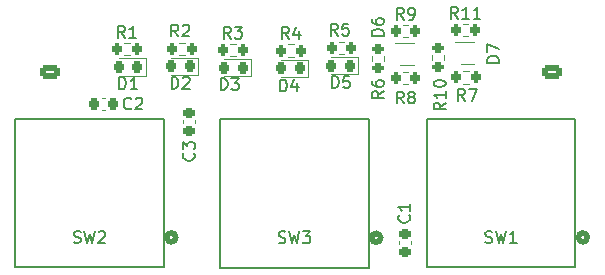
<source format=gto>
G04 #@! TF.GenerationSoftware,KiCad,Pcbnew,8.0.8*
G04 #@! TF.CreationDate,2025-03-12T12:01:23+11:00*
G04 #@! TF.ProjectId,PCB_BackDesign,5043425f-4261-4636-9b44-657369676e2e,rev?*
G04 #@! TF.SameCoordinates,Original*
G04 #@! TF.FileFunction,Legend,Top*
G04 #@! TF.FilePolarity,Positive*
%FSLAX46Y46*%
G04 Gerber Fmt 4.6, Leading zero omitted, Abs format (unit mm)*
G04 Created by KiCad (PCBNEW 8.0.8) date 2025-03-12 12:01:23*
%MOMM*%
%LPD*%
G01*
G04 APERTURE LIST*
G04 Aperture macros list*
%AMRoundRect*
0 Rectangle with rounded corners*
0 $1 Rounding radius*
0 $2 $3 $4 $5 $6 $7 $8 $9 X,Y pos of 4 corners*
0 Add a 4 corners polygon primitive as box body*
4,1,4,$2,$3,$4,$5,$6,$7,$8,$9,$2,$3,0*
0 Add four circle primitives for the rounded corners*
1,1,$1+$1,$2,$3*
1,1,$1+$1,$4,$5*
1,1,$1+$1,$6,$7*
1,1,$1+$1,$8,$9*
0 Add four rect primitives between the rounded corners*
20,1,$1+$1,$2,$3,$4,$5,0*
20,1,$1+$1,$4,$5,$6,$7,0*
20,1,$1+$1,$6,$7,$8,$9,0*
20,1,$1+$1,$8,$9,$2,$3,0*%
G04 Aperture macros list end*
%ADD10C,0.150000*%
%ADD11C,0.120000*%
%ADD12C,0.152400*%
%ADD13C,0.508000*%
%ADD14RoundRect,0.200000X-0.200000X-0.275000X0.200000X-0.275000X0.200000X0.275000X-0.200000X0.275000X0*%
%ADD15R,0.850000X0.650000*%
%ADD16RoundRect,0.218750X0.218750X0.256250X-0.218750X0.256250X-0.218750X-0.256250X0.218750X-0.256250X0*%
%ADD17RoundRect,0.225000X-0.225000X-0.250000X0.225000X-0.250000X0.225000X0.250000X-0.225000X0.250000X0*%
%ADD18C,1.727200*%
%ADD19RoundRect,0.225000X0.250000X-0.225000X0.250000X0.225000X-0.250000X0.225000X-0.250000X-0.225000X0*%
%ADD20RoundRect,0.200000X-0.275000X0.200000X-0.275000X-0.200000X0.275000X-0.200000X0.275000X0.200000X0*%
%ADD21RoundRect,0.225000X-0.250000X0.225000X-0.250000X-0.225000X0.250000X-0.225000X0.250000X0.225000X0*%
%ADD22RoundRect,0.200000X-0.200000X-0.450000X0.200000X-0.450000X0.200000X0.450000X-0.200000X0.450000X0*%
%ADD23O,0.800000X1.300000*%
%ADD24RoundRect,0.250000X0.625000X-0.350000X0.625000X0.350000X-0.625000X0.350000X-0.625000X-0.350000X0*%
%ADD25O,1.750000X1.200000*%
G04 APERTURE END LIST*
D10*
X149903333Y-82204819D02*
X149570000Y-81728628D01*
X149331905Y-82204819D02*
X149331905Y-81204819D01*
X149331905Y-81204819D02*
X149712857Y-81204819D01*
X149712857Y-81204819D02*
X149808095Y-81252438D01*
X149808095Y-81252438D02*
X149855714Y-81300057D01*
X149855714Y-81300057D02*
X149903333Y-81395295D01*
X149903333Y-81395295D02*
X149903333Y-81538152D01*
X149903333Y-81538152D02*
X149855714Y-81633390D01*
X149855714Y-81633390D02*
X149808095Y-81681009D01*
X149808095Y-81681009D02*
X149712857Y-81728628D01*
X149712857Y-81728628D02*
X149331905Y-81728628D01*
X150474762Y-81633390D02*
X150379524Y-81585771D01*
X150379524Y-81585771D02*
X150331905Y-81538152D01*
X150331905Y-81538152D02*
X150284286Y-81442914D01*
X150284286Y-81442914D02*
X150284286Y-81395295D01*
X150284286Y-81395295D02*
X150331905Y-81300057D01*
X150331905Y-81300057D02*
X150379524Y-81252438D01*
X150379524Y-81252438D02*
X150474762Y-81204819D01*
X150474762Y-81204819D02*
X150665238Y-81204819D01*
X150665238Y-81204819D02*
X150760476Y-81252438D01*
X150760476Y-81252438D02*
X150808095Y-81300057D01*
X150808095Y-81300057D02*
X150855714Y-81395295D01*
X150855714Y-81395295D02*
X150855714Y-81442914D01*
X150855714Y-81442914D02*
X150808095Y-81538152D01*
X150808095Y-81538152D02*
X150760476Y-81585771D01*
X150760476Y-81585771D02*
X150665238Y-81633390D01*
X150665238Y-81633390D02*
X150474762Y-81633390D01*
X150474762Y-81633390D02*
X150379524Y-81681009D01*
X150379524Y-81681009D02*
X150331905Y-81728628D01*
X150331905Y-81728628D02*
X150284286Y-81823866D01*
X150284286Y-81823866D02*
X150284286Y-82014342D01*
X150284286Y-82014342D02*
X150331905Y-82109580D01*
X150331905Y-82109580D02*
X150379524Y-82157200D01*
X150379524Y-82157200D02*
X150474762Y-82204819D01*
X150474762Y-82204819D02*
X150665238Y-82204819D01*
X150665238Y-82204819D02*
X150760476Y-82157200D01*
X150760476Y-82157200D02*
X150808095Y-82109580D01*
X150808095Y-82109580D02*
X150855714Y-82014342D01*
X150855714Y-82014342D02*
X150855714Y-81823866D01*
X150855714Y-81823866D02*
X150808095Y-81728628D01*
X150808095Y-81728628D02*
X150760476Y-81681009D01*
X150760476Y-81681009D02*
X150665238Y-81633390D01*
X149903333Y-75095611D02*
X149570000Y-74619420D01*
X149331905Y-75095611D02*
X149331905Y-74095611D01*
X149331905Y-74095611D02*
X149712857Y-74095611D01*
X149712857Y-74095611D02*
X149808095Y-74143230D01*
X149808095Y-74143230D02*
X149855714Y-74190849D01*
X149855714Y-74190849D02*
X149903333Y-74286087D01*
X149903333Y-74286087D02*
X149903333Y-74428944D01*
X149903333Y-74428944D02*
X149855714Y-74524182D01*
X149855714Y-74524182D02*
X149808095Y-74571801D01*
X149808095Y-74571801D02*
X149712857Y-74619420D01*
X149712857Y-74619420D02*
X149331905Y-74619420D01*
X150379524Y-75095611D02*
X150570000Y-75095611D01*
X150570000Y-75095611D02*
X150665238Y-75047992D01*
X150665238Y-75047992D02*
X150712857Y-75000372D01*
X150712857Y-75000372D02*
X150808095Y-74857515D01*
X150808095Y-74857515D02*
X150855714Y-74667039D01*
X150855714Y-74667039D02*
X150855714Y-74286087D01*
X150855714Y-74286087D02*
X150808095Y-74190849D01*
X150808095Y-74190849D02*
X150760476Y-74143230D01*
X150760476Y-74143230D02*
X150665238Y-74095611D01*
X150665238Y-74095611D02*
X150474762Y-74095611D01*
X150474762Y-74095611D02*
X150379524Y-74143230D01*
X150379524Y-74143230D02*
X150331905Y-74190849D01*
X150331905Y-74190849D02*
X150284286Y-74286087D01*
X150284286Y-74286087D02*
X150284286Y-74524182D01*
X150284286Y-74524182D02*
X150331905Y-74619420D01*
X150331905Y-74619420D02*
X150379524Y-74667039D01*
X150379524Y-74667039D02*
X150474762Y-74714658D01*
X150474762Y-74714658D02*
X150665238Y-74714658D01*
X150665238Y-74714658D02*
X150760476Y-74667039D01*
X150760476Y-74667039D02*
X150808095Y-74619420D01*
X150808095Y-74619420D02*
X150855714Y-74524182D01*
X148204819Y-76488094D02*
X147204819Y-76488094D01*
X147204819Y-76488094D02*
X147204819Y-76249999D01*
X147204819Y-76249999D02*
X147252438Y-76107142D01*
X147252438Y-76107142D02*
X147347676Y-76011904D01*
X147347676Y-76011904D02*
X147442914Y-75964285D01*
X147442914Y-75964285D02*
X147633390Y-75916666D01*
X147633390Y-75916666D02*
X147776247Y-75916666D01*
X147776247Y-75916666D02*
X147966723Y-75964285D01*
X147966723Y-75964285D02*
X148061961Y-76011904D01*
X148061961Y-76011904D02*
X148157200Y-76107142D01*
X148157200Y-76107142D02*
X148204819Y-76249999D01*
X148204819Y-76249999D02*
X148204819Y-76488094D01*
X147204819Y-75059523D02*
X147204819Y-75249999D01*
X147204819Y-75249999D02*
X147252438Y-75345237D01*
X147252438Y-75345237D02*
X147300057Y-75392856D01*
X147300057Y-75392856D02*
X147442914Y-75488094D01*
X147442914Y-75488094D02*
X147633390Y-75535713D01*
X147633390Y-75535713D02*
X148014342Y-75535713D01*
X148014342Y-75535713D02*
X148109580Y-75488094D01*
X148109580Y-75488094D02*
X148157200Y-75440475D01*
X148157200Y-75440475D02*
X148204819Y-75345237D01*
X148204819Y-75345237D02*
X148204819Y-75154761D01*
X148204819Y-75154761D02*
X148157200Y-75059523D01*
X148157200Y-75059523D02*
X148109580Y-75011904D01*
X148109580Y-75011904D02*
X148014342Y-74964285D01*
X148014342Y-74964285D02*
X147776247Y-74964285D01*
X147776247Y-74964285D02*
X147681009Y-75011904D01*
X147681009Y-75011904D02*
X147633390Y-75059523D01*
X147633390Y-75059523D02*
X147585771Y-75154761D01*
X147585771Y-75154761D02*
X147585771Y-75345237D01*
X147585771Y-75345237D02*
X147633390Y-75440475D01*
X147633390Y-75440475D02*
X147681009Y-75488094D01*
X147681009Y-75488094D02*
X147776247Y-75535713D01*
X157954819Y-78738094D02*
X156954819Y-78738094D01*
X156954819Y-78738094D02*
X156954819Y-78499999D01*
X156954819Y-78499999D02*
X157002438Y-78357142D01*
X157002438Y-78357142D02*
X157097676Y-78261904D01*
X157097676Y-78261904D02*
X157192914Y-78214285D01*
X157192914Y-78214285D02*
X157383390Y-78166666D01*
X157383390Y-78166666D02*
X157526247Y-78166666D01*
X157526247Y-78166666D02*
X157716723Y-78214285D01*
X157716723Y-78214285D02*
X157811961Y-78261904D01*
X157811961Y-78261904D02*
X157907200Y-78357142D01*
X157907200Y-78357142D02*
X157954819Y-78499999D01*
X157954819Y-78499999D02*
X157954819Y-78738094D01*
X156954819Y-77833332D02*
X156954819Y-77166666D01*
X156954819Y-77166666D02*
X157954819Y-77595237D01*
X140185990Y-76744819D02*
X139852657Y-76268628D01*
X139614562Y-76744819D02*
X139614562Y-75744819D01*
X139614562Y-75744819D02*
X139995514Y-75744819D01*
X139995514Y-75744819D02*
X140090752Y-75792438D01*
X140090752Y-75792438D02*
X140138371Y-75840057D01*
X140138371Y-75840057D02*
X140185990Y-75935295D01*
X140185990Y-75935295D02*
X140185990Y-76078152D01*
X140185990Y-76078152D02*
X140138371Y-76173390D01*
X140138371Y-76173390D02*
X140090752Y-76221009D01*
X140090752Y-76221009D02*
X139995514Y-76268628D01*
X139995514Y-76268628D02*
X139614562Y-76268628D01*
X141043133Y-76078152D02*
X141043133Y-76744819D01*
X140805038Y-75697200D02*
X140566943Y-76411485D01*
X140566943Y-76411485D02*
X141185990Y-76411485D01*
X134417122Y-81067319D02*
X134417122Y-80067319D01*
X134417122Y-80067319D02*
X134655217Y-80067319D01*
X134655217Y-80067319D02*
X134798074Y-80114938D01*
X134798074Y-80114938D02*
X134893312Y-80210176D01*
X134893312Y-80210176D02*
X134940931Y-80305414D01*
X134940931Y-80305414D02*
X134988550Y-80495890D01*
X134988550Y-80495890D02*
X134988550Y-80638747D01*
X134988550Y-80638747D02*
X134940931Y-80829223D01*
X134940931Y-80829223D02*
X134893312Y-80924461D01*
X134893312Y-80924461D02*
X134798074Y-81019700D01*
X134798074Y-81019700D02*
X134655217Y-81067319D01*
X134655217Y-81067319D02*
X134417122Y-81067319D01*
X135321884Y-80067319D02*
X135940931Y-80067319D01*
X135940931Y-80067319D02*
X135607598Y-80448271D01*
X135607598Y-80448271D02*
X135750455Y-80448271D01*
X135750455Y-80448271D02*
X135845693Y-80495890D01*
X135845693Y-80495890D02*
X135893312Y-80543509D01*
X135893312Y-80543509D02*
X135940931Y-80638747D01*
X135940931Y-80638747D02*
X135940931Y-80876842D01*
X135940931Y-80876842D02*
X135893312Y-80972080D01*
X135893312Y-80972080D02*
X135845693Y-81019700D01*
X135845693Y-81019700D02*
X135750455Y-81067319D01*
X135750455Y-81067319D02*
X135464741Y-81067319D01*
X135464741Y-81067319D02*
X135369503Y-81019700D01*
X135369503Y-81019700D02*
X135321884Y-80972080D01*
X125826905Y-80994819D02*
X125826905Y-79994819D01*
X125826905Y-79994819D02*
X126065000Y-79994819D01*
X126065000Y-79994819D02*
X126207857Y-80042438D01*
X126207857Y-80042438D02*
X126303095Y-80137676D01*
X126303095Y-80137676D02*
X126350714Y-80232914D01*
X126350714Y-80232914D02*
X126398333Y-80423390D01*
X126398333Y-80423390D02*
X126398333Y-80566247D01*
X126398333Y-80566247D02*
X126350714Y-80756723D01*
X126350714Y-80756723D02*
X126303095Y-80851961D01*
X126303095Y-80851961D02*
X126207857Y-80947200D01*
X126207857Y-80947200D02*
X126065000Y-80994819D01*
X126065000Y-80994819D02*
X125826905Y-80994819D01*
X127350714Y-80994819D02*
X126779286Y-80994819D01*
X127065000Y-80994819D02*
X127065000Y-79994819D01*
X127065000Y-79994819D02*
X126969762Y-80137676D01*
X126969762Y-80137676D02*
X126874524Y-80232914D01*
X126874524Y-80232914D02*
X126779286Y-80280533D01*
X126833333Y-82609580D02*
X126785714Y-82657200D01*
X126785714Y-82657200D02*
X126642857Y-82704819D01*
X126642857Y-82704819D02*
X126547619Y-82704819D01*
X126547619Y-82704819D02*
X126404762Y-82657200D01*
X126404762Y-82657200D02*
X126309524Y-82561961D01*
X126309524Y-82561961D02*
X126261905Y-82466723D01*
X126261905Y-82466723D02*
X126214286Y-82276247D01*
X126214286Y-82276247D02*
X126214286Y-82133390D01*
X126214286Y-82133390D02*
X126261905Y-81942914D01*
X126261905Y-81942914D02*
X126309524Y-81847676D01*
X126309524Y-81847676D02*
X126404762Y-81752438D01*
X126404762Y-81752438D02*
X126547619Y-81704819D01*
X126547619Y-81704819D02*
X126642857Y-81704819D01*
X126642857Y-81704819D02*
X126785714Y-81752438D01*
X126785714Y-81752438D02*
X126833333Y-81800057D01*
X127214286Y-81800057D02*
X127261905Y-81752438D01*
X127261905Y-81752438D02*
X127357143Y-81704819D01*
X127357143Y-81704819D02*
X127595238Y-81704819D01*
X127595238Y-81704819D02*
X127690476Y-81752438D01*
X127690476Y-81752438D02*
X127738095Y-81800057D01*
X127738095Y-81800057D02*
X127785714Y-81895295D01*
X127785714Y-81895295D02*
X127785714Y-81990533D01*
X127785714Y-81990533D02*
X127738095Y-82133390D01*
X127738095Y-82133390D02*
X127166667Y-82704819D01*
X127166667Y-82704819D02*
X127785714Y-82704819D01*
X155083333Y-81954819D02*
X154750000Y-81478628D01*
X154511905Y-81954819D02*
X154511905Y-80954819D01*
X154511905Y-80954819D02*
X154892857Y-80954819D01*
X154892857Y-80954819D02*
X154988095Y-81002438D01*
X154988095Y-81002438D02*
X155035714Y-81050057D01*
X155035714Y-81050057D02*
X155083333Y-81145295D01*
X155083333Y-81145295D02*
X155083333Y-81288152D01*
X155083333Y-81288152D02*
X155035714Y-81383390D01*
X155035714Y-81383390D02*
X154988095Y-81431009D01*
X154988095Y-81431009D02*
X154892857Y-81478628D01*
X154892857Y-81478628D02*
X154511905Y-81478628D01*
X155416667Y-80954819D02*
X156083333Y-80954819D01*
X156083333Y-80954819D02*
X155654762Y-81954819D01*
X121974767Y-93951000D02*
X122117624Y-93998619D01*
X122117624Y-93998619D02*
X122355719Y-93998619D01*
X122355719Y-93998619D02*
X122450957Y-93951000D01*
X122450957Y-93951000D02*
X122498576Y-93903380D01*
X122498576Y-93903380D02*
X122546195Y-93808142D01*
X122546195Y-93808142D02*
X122546195Y-93712904D01*
X122546195Y-93712904D02*
X122498576Y-93617666D01*
X122498576Y-93617666D02*
X122450957Y-93570047D01*
X122450957Y-93570047D02*
X122355719Y-93522428D01*
X122355719Y-93522428D02*
X122165243Y-93474809D01*
X122165243Y-93474809D02*
X122070005Y-93427190D01*
X122070005Y-93427190D02*
X122022386Y-93379571D01*
X122022386Y-93379571D02*
X121974767Y-93284333D01*
X121974767Y-93284333D02*
X121974767Y-93189095D01*
X121974767Y-93189095D02*
X122022386Y-93093857D01*
X122022386Y-93093857D02*
X122070005Y-93046238D01*
X122070005Y-93046238D02*
X122165243Y-92998619D01*
X122165243Y-92998619D02*
X122403338Y-92998619D01*
X122403338Y-92998619D02*
X122546195Y-93046238D01*
X122879529Y-92998619D02*
X123117624Y-93998619D01*
X123117624Y-93998619D02*
X123308100Y-93284333D01*
X123308100Y-93284333D02*
X123498576Y-93998619D01*
X123498576Y-93998619D02*
X123736672Y-92998619D01*
X124070005Y-93093857D02*
X124117624Y-93046238D01*
X124117624Y-93046238D02*
X124212862Y-92998619D01*
X124212862Y-92998619D02*
X124450957Y-92998619D01*
X124450957Y-92998619D02*
X124546195Y-93046238D01*
X124546195Y-93046238D02*
X124593814Y-93093857D01*
X124593814Y-93093857D02*
X124641433Y-93189095D01*
X124641433Y-93189095D02*
X124641433Y-93284333D01*
X124641433Y-93284333D02*
X124593814Y-93427190D01*
X124593814Y-93427190D02*
X124022386Y-93998619D01*
X124022386Y-93998619D02*
X124641433Y-93998619D01*
X130261905Y-80957319D02*
X130261905Y-79957319D01*
X130261905Y-79957319D02*
X130500000Y-79957319D01*
X130500000Y-79957319D02*
X130642857Y-80004938D01*
X130642857Y-80004938D02*
X130738095Y-80100176D01*
X130738095Y-80100176D02*
X130785714Y-80195414D01*
X130785714Y-80195414D02*
X130833333Y-80385890D01*
X130833333Y-80385890D02*
X130833333Y-80528747D01*
X130833333Y-80528747D02*
X130785714Y-80719223D01*
X130785714Y-80719223D02*
X130738095Y-80814461D01*
X130738095Y-80814461D02*
X130642857Y-80909700D01*
X130642857Y-80909700D02*
X130500000Y-80957319D01*
X130500000Y-80957319D02*
X130261905Y-80957319D01*
X131214286Y-80052557D02*
X131261905Y-80004938D01*
X131261905Y-80004938D02*
X131357143Y-79957319D01*
X131357143Y-79957319D02*
X131595238Y-79957319D01*
X131595238Y-79957319D02*
X131690476Y-80004938D01*
X131690476Y-80004938D02*
X131738095Y-80052557D01*
X131738095Y-80052557D02*
X131785714Y-80147795D01*
X131785714Y-80147795D02*
X131785714Y-80243033D01*
X131785714Y-80243033D02*
X131738095Y-80385890D01*
X131738095Y-80385890D02*
X131166667Y-80957319D01*
X131166667Y-80957319D02*
X131785714Y-80957319D01*
X150359580Y-91666666D02*
X150407200Y-91714285D01*
X150407200Y-91714285D02*
X150454819Y-91857142D01*
X150454819Y-91857142D02*
X150454819Y-91952380D01*
X150454819Y-91952380D02*
X150407200Y-92095237D01*
X150407200Y-92095237D02*
X150311961Y-92190475D01*
X150311961Y-92190475D02*
X150216723Y-92238094D01*
X150216723Y-92238094D02*
X150026247Y-92285713D01*
X150026247Y-92285713D02*
X149883390Y-92285713D01*
X149883390Y-92285713D02*
X149692914Y-92238094D01*
X149692914Y-92238094D02*
X149597676Y-92190475D01*
X149597676Y-92190475D02*
X149502438Y-92095237D01*
X149502438Y-92095237D02*
X149454819Y-91952380D01*
X149454819Y-91952380D02*
X149454819Y-91857142D01*
X149454819Y-91857142D02*
X149502438Y-91714285D01*
X149502438Y-91714285D02*
X149550057Y-91666666D01*
X150454819Y-90714285D02*
X150454819Y-91285713D01*
X150454819Y-90999999D02*
X149454819Y-90999999D01*
X149454819Y-90999999D02*
X149597676Y-91095237D01*
X149597676Y-91095237D02*
X149692914Y-91190475D01*
X149692914Y-91190475D02*
X149740533Y-91285713D01*
X139318567Y-93987200D02*
X139461424Y-94034819D01*
X139461424Y-94034819D02*
X139699519Y-94034819D01*
X139699519Y-94034819D02*
X139794757Y-93987200D01*
X139794757Y-93987200D02*
X139842376Y-93939580D01*
X139842376Y-93939580D02*
X139889995Y-93844342D01*
X139889995Y-93844342D02*
X139889995Y-93749104D01*
X139889995Y-93749104D02*
X139842376Y-93653866D01*
X139842376Y-93653866D02*
X139794757Y-93606247D01*
X139794757Y-93606247D02*
X139699519Y-93558628D01*
X139699519Y-93558628D02*
X139509043Y-93511009D01*
X139509043Y-93511009D02*
X139413805Y-93463390D01*
X139413805Y-93463390D02*
X139366186Y-93415771D01*
X139366186Y-93415771D02*
X139318567Y-93320533D01*
X139318567Y-93320533D02*
X139318567Y-93225295D01*
X139318567Y-93225295D02*
X139366186Y-93130057D01*
X139366186Y-93130057D02*
X139413805Y-93082438D01*
X139413805Y-93082438D02*
X139509043Y-93034819D01*
X139509043Y-93034819D02*
X139747138Y-93034819D01*
X139747138Y-93034819D02*
X139889995Y-93082438D01*
X140223329Y-93034819D02*
X140461424Y-94034819D01*
X140461424Y-94034819D02*
X140651900Y-93320533D01*
X140651900Y-93320533D02*
X140842376Y-94034819D01*
X140842376Y-94034819D02*
X141080472Y-93034819D01*
X141366186Y-93034819D02*
X141985233Y-93034819D01*
X141985233Y-93034819D02*
X141651900Y-93415771D01*
X141651900Y-93415771D02*
X141794757Y-93415771D01*
X141794757Y-93415771D02*
X141889995Y-93463390D01*
X141889995Y-93463390D02*
X141937614Y-93511009D01*
X141937614Y-93511009D02*
X141985233Y-93606247D01*
X141985233Y-93606247D02*
X141985233Y-93844342D01*
X141985233Y-93844342D02*
X141937614Y-93939580D01*
X141937614Y-93939580D02*
X141889995Y-93987200D01*
X141889995Y-93987200D02*
X141794757Y-94034819D01*
X141794757Y-94034819D02*
X141509043Y-94034819D01*
X141509043Y-94034819D02*
X141413805Y-93987200D01*
X141413805Y-93987200D02*
X141366186Y-93939580D01*
X154482772Y-75024819D02*
X154149439Y-74548628D01*
X153911344Y-75024819D02*
X153911344Y-74024819D01*
X153911344Y-74024819D02*
X154292296Y-74024819D01*
X154292296Y-74024819D02*
X154387534Y-74072438D01*
X154387534Y-74072438D02*
X154435153Y-74120057D01*
X154435153Y-74120057D02*
X154482772Y-74215295D01*
X154482772Y-74215295D02*
X154482772Y-74358152D01*
X154482772Y-74358152D02*
X154435153Y-74453390D01*
X154435153Y-74453390D02*
X154387534Y-74501009D01*
X154387534Y-74501009D02*
X154292296Y-74548628D01*
X154292296Y-74548628D02*
X153911344Y-74548628D01*
X155435153Y-75024819D02*
X154863725Y-75024819D01*
X155149439Y-75024819D02*
X155149439Y-74024819D01*
X155149439Y-74024819D02*
X155054201Y-74167676D01*
X155054201Y-74167676D02*
X154958963Y-74262914D01*
X154958963Y-74262914D02*
X154863725Y-74310533D01*
X156387534Y-75024819D02*
X155816106Y-75024819D01*
X156101820Y-75024819D02*
X156101820Y-74024819D01*
X156101820Y-74024819D02*
X156006582Y-74167676D01*
X156006582Y-74167676D02*
X155911344Y-74262914D01*
X155911344Y-74262914D02*
X155816106Y-74310533D01*
X144305209Y-76454819D02*
X143971876Y-75978628D01*
X143733781Y-76454819D02*
X143733781Y-75454819D01*
X143733781Y-75454819D02*
X144114733Y-75454819D01*
X144114733Y-75454819D02*
X144209971Y-75502438D01*
X144209971Y-75502438D02*
X144257590Y-75550057D01*
X144257590Y-75550057D02*
X144305209Y-75645295D01*
X144305209Y-75645295D02*
X144305209Y-75788152D01*
X144305209Y-75788152D02*
X144257590Y-75883390D01*
X144257590Y-75883390D02*
X144209971Y-75931009D01*
X144209971Y-75931009D02*
X144114733Y-75978628D01*
X144114733Y-75978628D02*
X143733781Y-75978628D01*
X145209971Y-75454819D02*
X144733781Y-75454819D01*
X144733781Y-75454819D02*
X144686162Y-75931009D01*
X144686162Y-75931009D02*
X144733781Y-75883390D01*
X144733781Y-75883390D02*
X144829019Y-75835771D01*
X144829019Y-75835771D02*
X145067114Y-75835771D01*
X145067114Y-75835771D02*
X145162352Y-75883390D01*
X145162352Y-75883390D02*
X145209971Y-75931009D01*
X145209971Y-75931009D02*
X145257590Y-76026247D01*
X145257590Y-76026247D02*
X145257590Y-76264342D01*
X145257590Y-76264342D02*
X145209971Y-76359580D01*
X145209971Y-76359580D02*
X145162352Y-76407200D01*
X145162352Y-76407200D02*
X145067114Y-76454819D01*
X145067114Y-76454819D02*
X144829019Y-76454819D01*
X144829019Y-76454819D02*
X144733781Y-76407200D01*
X144733781Y-76407200D02*
X144686162Y-76359580D01*
X130803333Y-76527319D02*
X130470000Y-76051128D01*
X130231905Y-76527319D02*
X130231905Y-75527319D01*
X130231905Y-75527319D02*
X130612857Y-75527319D01*
X130612857Y-75527319D02*
X130708095Y-75574938D01*
X130708095Y-75574938D02*
X130755714Y-75622557D01*
X130755714Y-75622557D02*
X130803333Y-75717795D01*
X130803333Y-75717795D02*
X130803333Y-75860652D01*
X130803333Y-75860652D02*
X130755714Y-75955890D01*
X130755714Y-75955890D02*
X130708095Y-76003509D01*
X130708095Y-76003509D02*
X130612857Y-76051128D01*
X130612857Y-76051128D02*
X130231905Y-76051128D01*
X131184286Y-75622557D02*
X131231905Y-75574938D01*
X131231905Y-75574938D02*
X131327143Y-75527319D01*
X131327143Y-75527319D02*
X131565238Y-75527319D01*
X131565238Y-75527319D02*
X131660476Y-75574938D01*
X131660476Y-75574938D02*
X131708095Y-75622557D01*
X131708095Y-75622557D02*
X131755714Y-75717795D01*
X131755714Y-75717795D02*
X131755714Y-75813033D01*
X131755714Y-75813033D02*
X131708095Y-75955890D01*
X131708095Y-75955890D02*
X131136667Y-76527319D01*
X131136667Y-76527319D02*
X131755714Y-76527319D01*
X156818567Y-93951000D02*
X156961424Y-93998619D01*
X156961424Y-93998619D02*
X157199519Y-93998619D01*
X157199519Y-93998619D02*
X157294757Y-93951000D01*
X157294757Y-93951000D02*
X157342376Y-93903380D01*
X157342376Y-93903380D02*
X157389995Y-93808142D01*
X157389995Y-93808142D02*
X157389995Y-93712904D01*
X157389995Y-93712904D02*
X157342376Y-93617666D01*
X157342376Y-93617666D02*
X157294757Y-93570047D01*
X157294757Y-93570047D02*
X157199519Y-93522428D01*
X157199519Y-93522428D02*
X157009043Y-93474809D01*
X157009043Y-93474809D02*
X156913805Y-93427190D01*
X156913805Y-93427190D02*
X156866186Y-93379571D01*
X156866186Y-93379571D02*
X156818567Y-93284333D01*
X156818567Y-93284333D02*
X156818567Y-93189095D01*
X156818567Y-93189095D02*
X156866186Y-93093857D01*
X156866186Y-93093857D02*
X156913805Y-93046238D01*
X156913805Y-93046238D02*
X157009043Y-92998619D01*
X157009043Y-92998619D02*
X157247138Y-92998619D01*
X157247138Y-92998619D02*
X157389995Y-93046238D01*
X157723329Y-92998619D02*
X157961424Y-93998619D01*
X157961424Y-93998619D02*
X158151900Y-93284333D01*
X158151900Y-93284333D02*
X158342376Y-93998619D01*
X158342376Y-93998619D02*
X158580472Y-92998619D01*
X159485233Y-93998619D02*
X158913805Y-93998619D01*
X159199519Y-93998619D02*
X159199519Y-92998619D01*
X159199519Y-92998619D02*
X159104281Y-93141476D01*
X159104281Y-93141476D02*
X159009043Y-93236714D01*
X159009043Y-93236714D02*
X158913805Y-93284333D01*
X143838781Y-80884819D02*
X143838781Y-79884819D01*
X143838781Y-79884819D02*
X144076876Y-79884819D01*
X144076876Y-79884819D02*
X144219733Y-79932438D01*
X144219733Y-79932438D02*
X144314971Y-80027676D01*
X144314971Y-80027676D02*
X144362590Y-80122914D01*
X144362590Y-80122914D02*
X144410209Y-80313390D01*
X144410209Y-80313390D02*
X144410209Y-80456247D01*
X144410209Y-80456247D02*
X144362590Y-80646723D01*
X144362590Y-80646723D02*
X144314971Y-80741961D01*
X144314971Y-80741961D02*
X144219733Y-80837200D01*
X144219733Y-80837200D02*
X144076876Y-80884819D01*
X144076876Y-80884819D02*
X143838781Y-80884819D01*
X145314971Y-79884819D02*
X144838781Y-79884819D01*
X144838781Y-79884819D02*
X144791162Y-80361009D01*
X144791162Y-80361009D02*
X144838781Y-80313390D01*
X144838781Y-80313390D02*
X144934019Y-80265771D01*
X144934019Y-80265771D02*
X145172114Y-80265771D01*
X145172114Y-80265771D02*
X145267352Y-80313390D01*
X145267352Y-80313390D02*
X145314971Y-80361009D01*
X145314971Y-80361009D02*
X145362590Y-80456247D01*
X145362590Y-80456247D02*
X145362590Y-80694342D01*
X145362590Y-80694342D02*
X145314971Y-80789580D01*
X145314971Y-80789580D02*
X145267352Y-80837200D01*
X145267352Y-80837200D02*
X145172114Y-80884819D01*
X145172114Y-80884819D02*
X144934019Y-80884819D01*
X144934019Y-80884819D02*
X144838781Y-80837200D01*
X144838781Y-80837200D02*
X144791162Y-80789580D01*
X135265833Y-76707319D02*
X134932500Y-76231128D01*
X134694405Y-76707319D02*
X134694405Y-75707319D01*
X134694405Y-75707319D02*
X135075357Y-75707319D01*
X135075357Y-75707319D02*
X135170595Y-75754938D01*
X135170595Y-75754938D02*
X135218214Y-75802557D01*
X135218214Y-75802557D02*
X135265833Y-75897795D01*
X135265833Y-75897795D02*
X135265833Y-76040652D01*
X135265833Y-76040652D02*
X135218214Y-76135890D01*
X135218214Y-76135890D02*
X135170595Y-76183509D01*
X135170595Y-76183509D02*
X135075357Y-76231128D01*
X135075357Y-76231128D02*
X134694405Y-76231128D01*
X135599167Y-75707319D02*
X136218214Y-75707319D01*
X136218214Y-75707319D02*
X135884881Y-76088271D01*
X135884881Y-76088271D02*
X136027738Y-76088271D01*
X136027738Y-76088271D02*
X136122976Y-76135890D01*
X136122976Y-76135890D02*
X136170595Y-76183509D01*
X136170595Y-76183509D02*
X136218214Y-76278747D01*
X136218214Y-76278747D02*
X136218214Y-76516842D01*
X136218214Y-76516842D02*
X136170595Y-76612080D01*
X136170595Y-76612080D02*
X136122976Y-76659700D01*
X136122976Y-76659700D02*
X136027738Y-76707319D01*
X136027738Y-76707319D02*
X135742024Y-76707319D01*
X135742024Y-76707319D02*
X135646786Y-76659700D01*
X135646786Y-76659700D02*
X135599167Y-76612080D01*
X148204819Y-81166666D02*
X147728628Y-81499999D01*
X148204819Y-81738094D02*
X147204819Y-81738094D01*
X147204819Y-81738094D02*
X147204819Y-81357142D01*
X147204819Y-81357142D02*
X147252438Y-81261904D01*
X147252438Y-81261904D02*
X147300057Y-81214285D01*
X147300057Y-81214285D02*
X147395295Y-81166666D01*
X147395295Y-81166666D02*
X147538152Y-81166666D01*
X147538152Y-81166666D02*
X147633390Y-81214285D01*
X147633390Y-81214285D02*
X147681009Y-81261904D01*
X147681009Y-81261904D02*
X147728628Y-81357142D01*
X147728628Y-81357142D02*
X147728628Y-81738094D01*
X147204819Y-80309523D02*
X147204819Y-80499999D01*
X147204819Y-80499999D02*
X147252438Y-80595237D01*
X147252438Y-80595237D02*
X147300057Y-80642856D01*
X147300057Y-80642856D02*
X147442914Y-80738094D01*
X147442914Y-80738094D02*
X147633390Y-80785713D01*
X147633390Y-80785713D02*
X148014342Y-80785713D01*
X148014342Y-80785713D02*
X148109580Y-80738094D01*
X148109580Y-80738094D02*
X148157200Y-80690475D01*
X148157200Y-80690475D02*
X148204819Y-80595237D01*
X148204819Y-80595237D02*
X148204819Y-80404761D01*
X148204819Y-80404761D02*
X148157200Y-80309523D01*
X148157200Y-80309523D02*
X148109580Y-80261904D01*
X148109580Y-80261904D02*
X148014342Y-80214285D01*
X148014342Y-80214285D02*
X147776247Y-80214285D01*
X147776247Y-80214285D02*
X147681009Y-80261904D01*
X147681009Y-80261904D02*
X147633390Y-80309523D01*
X147633390Y-80309523D02*
X147585771Y-80404761D01*
X147585771Y-80404761D02*
X147585771Y-80595237D01*
X147585771Y-80595237D02*
X147633390Y-80690475D01*
X147633390Y-80690475D02*
X147681009Y-80738094D01*
X147681009Y-80738094D02*
X147776247Y-80785713D01*
X132109580Y-86416666D02*
X132157200Y-86464285D01*
X132157200Y-86464285D02*
X132204819Y-86607142D01*
X132204819Y-86607142D02*
X132204819Y-86702380D01*
X132204819Y-86702380D02*
X132157200Y-86845237D01*
X132157200Y-86845237D02*
X132061961Y-86940475D01*
X132061961Y-86940475D02*
X131966723Y-86988094D01*
X131966723Y-86988094D02*
X131776247Y-87035713D01*
X131776247Y-87035713D02*
X131633390Y-87035713D01*
X131633390Y-87035713D02*
X131442914Y-86988094D01*
X131442914Y-86988094D02*
X131347676Y-86940475D01*
X131347676Y-86940475D02*
X131252438Y-86845237D01*
X131252438Y-86845237D02*
X131204819Y-86702380D01*
X131204819Y-86702380D02*
X131204819Y-86607142D01*
X131204819Y-86607142D02*
X131252438Y-86464285D01*
X131252438Y-86464285D02*
X131300057Y-86416666D01*
X131204819Y-86083332D02*
X131204819Y-85464285D01*
X131204819Y-85464285D02*
X131585771Y-85797618D01*
X131585771Y-85797618D02*
X131585771Y-85654761D01*
X131585771Y-85654761D02*
X131633390Y-85559523D01*
X131633390Y-85559523D02*
X131681009Y-85511904D01*
X131681009Y-85511904D02*
X131776247Y-85464285D01*
X131776247Y-85464285D02*
X132014342Y-85464285D01*
X132014342Y-85464285D02*
X132109580Y-85511904D01*
X132109580Y-85511904D02*
X132157200Y-85559523D01*
X132157200Y-85559523D02*
X132204819Y-85654761D01*
X132204819Y-85654761D02*
X132204819Y-85940475D01*
X132204819Y-85940475D02*
X132157200Y-86035713D01*
X132157200Y-86035713D02*
X132109580Y-86083332D01*
X126303333Y-76634819D02*
X125970000Y-76158628D01*
X125731905Y-76634819D02*
X125731905Y-75634819D01*
X125731905Y-75634819D02*
X126112857Y-75634819D01*
X126112857Y-75634819D02*
X126208095Y-75682438D01*
X126208095Y-75682438D02*
X126255714Y-75730057D01*
X126255714Y-75730057D02*
X126303333Y-75825295D01*
X126303333Y-75825295D02*
X126303333Y-75968152D01*
X126303333Y-75968152D02*
X126255714Y-76063390D01*
X126255714Y-76063390D02*
X126208095Y-76111009D01*
X126208095Y-76111009D02*
X126112857Y-76158628D01*
X126112857Y-76158628D02*
X125731905Y-76158628D01*
X127255714Y-76634819D02*
X126684286Y-76634819D01*
X126970000Y-76634819D02*
X126970000Y-75634819D01*
X126970000Y-75634819D02*
X126874762Y-75777676D01*
X126874762Y-75777676D02*
X126779524Y-75872914D01*
X126779524Y-75872914D02*
X126684286Y-75920533D01*
X139439562Y-81174819D02*
X139439562Y-80174819D01*
X139439562Y-80174819D02*
X139677657Y-80174819D01*
X139677657Y-80174819D02*
X139820514Y-80222438D01*
X139820514Y-80222438D02*
X139915752Y-80317676D01*
X139915752Y-80317676D02*
X139963371Y-80412914D01*
X139963371Y-80412914D02*
X140010990Y-80603390D01*
X140010990Y-80603390D02*
X140010990Y-80746247D01*
X140010990Y-80746247D02*
X139963371Y-80936723D01*
X139963371Y-80936723D02*
X139915752Y-81031961D01*
X139915752Y-81031961D02*
X139820514Y-81127200D01*
X139820514Y-81127200D02*
X139677657Y-81174819D01*
X139677657Y-81174819D02*
X139439562Y-81174819D01*
X140868133Y-80508152D02*
X140868133Y-81174819D01*
X140630038Y-80127200D02*
X140391943Y-80841485D01*
X140391943Y-80841485D02*
X141010990Y-80841485D01*
X153454819Y-82142857D02*
X152978628Y-82476190D01*
X153454819Y-82714285D02*
X152454819Y-82714285D01*
X152454819Y-82714285D02*
X152454819Y-82333333D01*
X152454819Y-82333333D02*
X152502438Y-82238095D01*
X152502438Y-82238095D02*
X152550057Y-82190476D01*
X152550057Y-82190476D02*
X152645295Y-82142857D01*
X152645295Y-82142857D02*
X152788152Y-82142857D01*
X152788152Y-82142857D02*
X152883390Y-82190476D01*
X152883390Y-82190476D02*
X152931009Y-82238095D01*
X152931009Y-82238095D02*
X152978628Y-82333333D01*
X152978628Y-82333333D02*
X152978628Y-82714285D01*
X153454819Y-81190476D02*
X153454819Y-81761904D01*
X153454819Y-81476190D02*
X152454819Y-81476190D01*
X152454819Y-81476190D02*
X152597676Y-81571428D01*
X152597676Y-81571428D02*
X152692914Y-81666666D01*
X152692914Y-81666666D02*
X152740533Y-81761904D01*
X152454819Y-80571428D02*
X152454819Y-80476190D01*
X152454819Y-80476190D02*
X152502438Y-80380952D01*
X152502438Y-80380952D02*
X152550057Y-80333333D01*
X152550057Y-80333333D02*
X152645295Y-80285714D01*
X152645295Y-80285714D02*
X152835771Y-80238095D01*
X152835771Y-80238095D02*
X153073866Y-80238095D01*
X153073866Y-80238095D02*
X153264342Y-80285714D01*
X153264342Y-80285714D02*
X153359580Y-80333333D01*
X153359580Y-80333333D02*
X153407200Y-80380952D01*
X153407200Y-80380952D02*
X153454819Y-80476190D01*
X153454819Y-80476190D02*
X153454819Y-80571428D01*
X153454819Y-80571428D02*
X153407200Y-80666666D01*
X153407200Y-80666666D02*
X153359580Y-80714285D01*
X153359580Y-80714285D02*
X153264342Y-80761904D01*
X153264342Y-80761904D02*
X153073866Y-80809523D01*
X153073866Y-80809523D02*
X152835771Y-80809523D01*
X152835771Y-80809523D02*
X152645295Y-80761904D01*
X152645295Y-80761904D02*
X152550057Y-80714285D01*
X152550057Y-80714285D02*
X152502438Y-80666666D01*
X152502438Y-80666666D02*
X152454819Y-80571428D01*
D11*
X149832742Y-79548292D02*
X150307258Y-79548292D01*
X149832742Y-80593292D02*
X150307258Y-80593292D01*
X149832742Y-75548292D02*
X150307258Y-75548292D01*
X149832742Y-76593292D02*
X150307258Y-76593292D01*
X149170000Y-77045792D02*
X150770000Y-77045792D01*
X149620000Y-78945792D02*
X150770000Y-78945792D01*
X154275630Y-76975000D02*
X155875630Y-76975000D01*
X154725630Y-78875000D02*
X155875630Y-78875000D01*
X140115399Y-77197500D02*
X140589915Y-77197500D01*
X140115399Y-78242500D02*
X140589915Y-78242500D01*
X134670000Y-79917500D02*
X136955000Y-79917500D01*
X136955000Y-78447500D02*
X134670000Y-78447500D01*
X136955000Y-79917500D02*
X136955000Y-78447500D01*
X125765000Y-79845000D02*
X128050000Y-79845000D01*
X128050000Y-78375000D02*
X125765000Y-78375000D01*
X128050000Y-79845000D02*
X128050000Y-78375000D01*
X124359420Y-81740000D02*
X124640580Y-81740000D01*
X124359420Y-82760000D02*
X124640580Y-82760000D01*
X154937742Y-79477500D02*
X155412258Y-79477500D01*
X154937742Y-80522500D02*
X155412258Y-80522500D01*
D12*
X117021600Y-83485400D02*
X117021600Y-96058400D01*
X117021600Y-96058400D02*
X129594600Y-96058400D01*
X129594600Y-83485400D02*
X117021600Y-83485400D01*
X129594600Y-96058400D02*
X129594600Y-83485400D01*
D13*
X130610600Y-93543800D02*
G75*
G02*
X129848600Y-93543800I-381000J0D01*
G01*
X129848600Y-93543800D02*
G75*
G02*
X130610600Y-93543800I381000J0D01*
G01*
D11*
X130200000Y-79807500D02*
X132485000Y-79807500D01*
X132485000Y-78337500D02*
X130200000Y-78337500D01*
X132485000Y-79807500D02*
X132485000Y-78337500D01*
X149490000Y-94140580D02*
X149490000Y-93859420D01*
X150510000Y-94140580D02*
X150510000Y-93859420D01*
D12*
X134365400Y-83521600D02*
X134365400Y-96094600D01*
X134365400Y-96094600D02*
X146938400Y-96094600D01*
X146938400Y-83521600D02*
X134365400Y-83521600D01*
X146938400Y-96094600D02*
X146938400Y-83521600D01*
D13*
X147954400Y-93580000D02*
G75*
G02*
X147192400Y-93580000I-381000J0D01*
G01*
X147192400Y-93580000D02*
G75*
G02*
X147954400Y-93580000I381000J0D01*
G01*
D11*
X154888372Y-75477500D02*
X155362888Y-75477500D01*
X154888372Y-76522500D02*
X155362888Y-76522500D01*
X144409618Y-76977500D02*
X144884134Y-76977500D01*
X144409618Y-78022500D02*
X144884134Y-78022500D01*
X130907742Y-77050000D02*
X131382258Y-77050000D01*
X130907742Y-78095000D02*
X131382258Y-78095000D01*
D12*
X151865400Y-83485400D02*
X151865400Y-96058400D01*
X151865400Y-96058400D02*
X164438400Y-96058400D01*
X164438400Y-83485400D02*
X151865400Y-83485400D01*
X164438400Y-96058400D02*
X164438400Y-83485400D01*
D13*
X165454400Y-93543800D02*
G75*
G02*
X164692400Y-93543800I-381000J0D01*
G01*
X164692400Y-93543800D02*
G75*
G02*
X165454400Y-93543800I381000J0D01*
G01*
D11*
X143776876Y-79735000D02*
X146061876Y-79735000D01*
X146061876Y-78265000D02*
X143776876Y-78265000D01*
X146061876Y-79735000D02*
X146061876Y-78265000D01*
X135195242Y-77160000D02*
X135669758Y-77160000D01*
X135195242Y-78205000D02*
X135669758Y-78205000D01*
X147222500Y-78158534D02*
X147222500Y-78633050D01*
X148267500Y-78158534D02*
X148267500Y-78633050D01*
X131240000Y-83609420D02*
X131240000Y-83890580D01*
X132260000Y-83609420D02*
X132260000Y-83890580D01*
X126232742Y-77087500D02*
X126707258Y-77087500D01*
X126232742Y-78132500D02*
X126707258Y-78132500D01*
X139507657Y-79955000D02*
X141792657Y-79955000D01*
X141792657Y-78485000D02*
X139507657Y-78485000D01*
X141792657Y-79955000D02*
X141792657Y-78485000D01*
X152278130Y-78087742D02*
X152278130Y-78562258D01*
X153323130Y-78087742D02*
X153323130Y-78562258D01*
%LPC*%
D14*
X149245000Y-80070792D03*
X150895000Y-80070792D03*
X149245000Y-76070792D03*
X150895000Y-76070792D03*
D15*
X149245000Y-78420792D03*
X149245000Y-77570792D03*
X150695000Y-77570792D03*
X150695000Y-78420792D03*
X154350630Y-78350000D03*
X154350630Y-77500000D03*
X155800630Y-77500000D03*
X155800630Y-78350000D03*
D14*
X139527657Y-77720000D03*
X141177657Y-77720000D03*
D16*
X136257500Y-79182500D03*
X134682500Y-79182500D03*
X127352500Y-79110000D03*
X125777500Y-79110000D03*
D17*
X123725000Y-82250000D03*
X125275000Y-82250000D03*
D14*
X154350000Y-80000000D03*
X156000000Y-80000000D03*
D18*
X127156200Y-93543800D03*
X122000000Y-88463800D03*
X119536200Y-91080000D03*
X127156200Y-86000000D03*
D16*
X131787500Y-79072500D03*
X130212500Y-79072500D03*
D19*
X150000000Y-94775000D03*
X150000000Y-93225000D03*
D18*
X144500000Y-93580000D03*
X139343800Y-88500000D03*
X136880000Y-91116200D03*
X144500000Y-86036200D03*
D14*
X154300630Y-76000000D03*
X155950630Y-76000000D03*
X143821876Y-77500000D03*
X145471876Y-77500000D03*
X130320000Y-77572500D03*
X131970000Y-77572500D03*
D18*
X162000000Y-93543800D03*
X156843800Y-88463800D03*
X154380000Y-91080000D03*
X162000000Y-86000000D03*
D16*
X145364376Y-79000000D03*
X143789376Y-79000000D03*
D14*
X134607500Y-77682500D03*
X136257500Y-77682500D03*
D20*
X147745000Y-77570792D03*
X147745000Y-79220792D03*
D21*
X131750000Y-82975000D03*
X131750000Y-84525000D03*
D14*
X125645000Y-77610000D03*
X127295000Y-77610000D03*
D16*
X141095157Y-79220000D03*
X139520157Y-79220000D03*
D20*
X152800630Y-77500000D03*
X152800630Y-79150000D03*
D22*
X118750000Y-71000000D03*
D23*
X120000000Y-71000000D03*
X121250000Y-71000000D03*
X122500000Y-71000000D03*
X123750000Y-71000000D03*
X125000000Y-71000000D03*
X126250000Y-71000000D03*
X127500000Y-71000000D03*
D22*
X152500000Y-71000000D03*
D23*
X153750000Y-71000000D03*
X155000000Y-71000000D03*
X156250000Y-71000000D03*
X157500000Y-71000000D03*
X158750000Y-71000000D03*
X160000000Y-71000000D03*
X161250000Y-71000000D03*
X162500000Y-71000000D03*
D24*
X120000000Y-79500000D03*
D25*
X120000000Y-77500000D03*
D24*
X162500000Y-79500000D03*
D25*
X162500000Y-77500000D03*
%LPD*%
M02*

</source>
